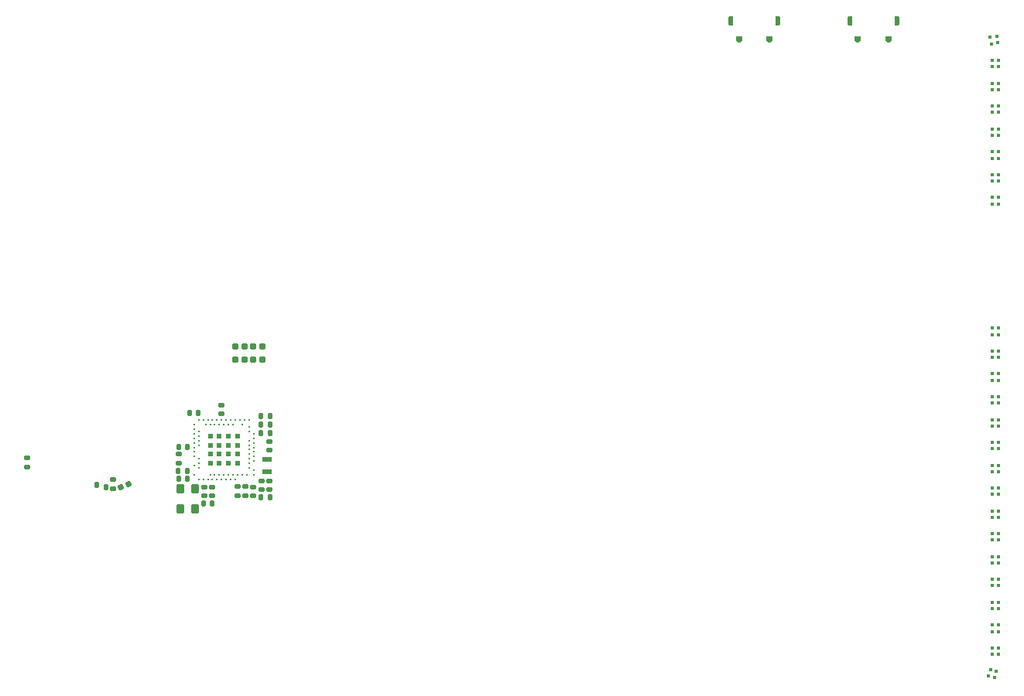
<source format=gtp>
G04 #@! TF.GenerationSoftware,KiCad,Pcbnew,(6.0.11-0)*
G04 #@! TF.CreationDate,2023-02-16T18:45:00+08:00*
G04 #@! TF.ProjectId,Left,4c656674-2e6b-4696-9361-645f70636258,rev?*
G04 #@! TF.SameCoordinates,Original*
G04 #@! TF.FileFunction,Paste,Top*
G04 #@! TF.FilePolarity,Positive*
%FSLAX46Y46*%
G04 Gerber Fmt 4.6, Leading zero omitted, Abs format (unit mm)*
G04 Created by KiCad (PCBNEW (6.0.11-0)) date 2023-02-16 18:45:00*
%MOMM*%
%LPD*%
G01*
G04 APERTURE LIST*
G04 Aperture macros list*
%AMRoundRect*
0 Rectangle with rounded corners*
0 $1 Rounding radius*
0 $2 $3 $4 $5 $6 $7 $8 $9 X,Y pos of 4 corners*
0 Add a 4 corners polygon primitive as box body*
4,1,4,$2,$3,$4,$5,$6,$7,$8,$9,$2,$3,0*
0 Add four circle primitives for the rounded corners*
1,1,$1+$1,$2,$3*
1,1,$1+$1,$4,$5*
1,1,$1+$1,$6,$7*
1,1,$1+$1,$8,$9*
0 Add four rect primitives between the rounded corners*
20,1,$1+$1,$2,$3,$4,$5,0*
20,1,$1+$1,$4,$5,$6,$7,0*
20,1,$1+$1,$6,$7,$8,$9,0*
20,1,$1+$1,$8,$9,$2,$3,0*%
%AMFreePoly0*
4,1,13,-0.250000,0.375000,-0.240485,0.422835,-0.213388,0.463388,-0.172835,0.490485,-0.125000,0.500000,0.250000,0.500000,0.250000,-0.500000,-0.125000,-0.500000,-0.172835,-0.490485,-0.213388,-0.463388,-0.240485,-0.422835,-0.250000,-0.375000,-0.250000,0.375000,-0.250000,0.375000,$1*%
%AMFreePoly1*
4,1,13,-0.300000,0.150000,-0.288582,0.207403,-0.256066,0.256066,-0.207403,0.288582,-0.150000,0.300000,0.300000,0.300000,0.300000,-0.300000,-0.150000,-0.300000,-0.207403,-0.288582,-0.256066,-0.256066,-0.288582,-0.207403,-0.300000,-0.150000,-0.300000,0.150000,-0.300000,0.150000,$1*%
G04 Aperture macros list end*
%ADD10RoundRect,0.140000X-0.140000X-0.170000X0.140000X-0.170000X0.140000X0.170000X-0.140000X0.170000X0*%
%ADD11RoundRect,0.087500X-0.087500X-0.087500X0.087500X-0.087500X0.087500X0.087500X-0.087500X0.087500X0*%
%ADD12RoundRect,0.147500X0.079606X0.212545X-0.197603X0.111649X-0.079606X-0.212545X0.197603X-0.111649X0*%
%ADD13FreePoly0,180.000000*%
%ADD14FreePoly1,90.000000*%
%ADD15FreePoly0,0.000000*%
%ADD16R,1.100000X0.600000*%
%ADD17RoundRect,0.140000X-0.170000X0.140000X-0.170000X-0.140000X0.170000X-0.140000X0.170000X0.140000X0*%
%ADD18RoundRect,0.150000X-0.300000X0.350000X-0.300000X-0.350000X0.300000X-0.350000X0.300000X0.350000X0*%
%ADD19RoundRect,0.086250X-0.201250X-0.201250X0.201250X-0.201250X0.201250X0.201250X-0.201250X0.201250X0*%
%ADD20C,0.250000*%
%ADD21RoundRect,0.140000X0.140000X0.170000X-0.140000X0.170000X-0.140000X-0.170000X0.140000X-0.170000X0*%
%ADD22RoundRect,0.140000X0.170000X-0.140000X0.170000X0.140000X-0.170000X0.140000X-0.170000X-0.140000X0*%
%ADD23RoundRect,0.090000X-0.270000X0.210000X-0.270000X-0.210000X0.270000X-0.210000X0.270000X0.210000X0*%
%ADD24RoundRect,0.087500X-0.110256X-0.056178X0.056178X-0.110256X0.110256X0.056178X-0.056178X0.110256X0*%
%ADD25RoundRect,0.135000X0.175745X0.146845X-0.086234X0.212164X-0.175745X-0.146845X0.086234X-0.212164X0*%
%ADD26RoundRect,0.147500X-0.172500X0.147500X-0.172500X-0.147500X0.172500X-0.147500X0.172500X0.147500X0*%
%ADD27RoundRect,0.087500X-0.070976X-0.101365X0.101365X-0.070976X0.070976X0.101365X-0.101365X0.070976X0*%
%ADD28RoundRect,0.147500X0.172500X-0.147500X0.172500X0.147500X-0.172500X0.147500X-0.172500X-0.147500X0*%
G04 APERTURE END LIST*
D10*
X119250000Y-115910000D03*
X120210000Y-115910000D03*
D11*
X208234100Y-86093100D03*
X208934100Y-86093100D03*
X208234100Y-86793100D03*
X208934100Y-86793100D03*
X208234100Y-78583500D03*
X208934100Y-78583500D03*
X208234100Y-79283500D03*
X208934100Y-79283500D03*
D12*
X113805751Y-119984120D03*
X112894249Y-120315880D03*
D11*
X208234100Y-102902700D03*
X208934100Y-102902700D03*
X208234100Y-103602700D03*
X208934100Y-103602700D03*
D13*
X184816000Y-69263500D03*
D14*
X180571000Y-71313500D03*
X183921000Y-71313500D03*
D15*
X179676000Y-69263500D03*
D11*
X208234100Y-112902700D03*
X208934100Y-112902700D03*
X208234100Y-113602700D03*
X208934100Y-113602700D03*
X208234100Y-73583500D03*
X208934100Y-73583500D03*
X208234100Y-74283500D03*
X208934100Y-74283500D03*
D16*
X128925000Y-118650000D03*
X128925000Y-117250000D03*
D17*
X129200000Y-119620000D03*
X129200000Y-120580000D03*
D10*
X119240000Y-119370000D03*
X120200000Y-119370000D03*
D18*
X119460000Y-120450000D03*
X119460000Y-122650000D03*
X121060000Y-122650000D03*
X121060000Y-120450000D03*
D19*
X125710500Y-114700000D03*
X122710500Y-116700000D03*
X122710500Y-115700000D03*
X122710500Y-117700000D03*
X125710500Y-116700000D03*
X124710500Y-114700000D03*
X123710500Y-116700000D03*
X123710500Y-115700000D03*
X125710500Y-117700000D03*
X123710500Y-114700000D03*
X122710500Y-114700000D03*
X124710500Y-117700000D03*
X123710500Y-117700000D03*
X124710500Y-116700000D03*
X125710500Y-115700000D03*
X124710500Y-115700000D03*
D20*
X125460500Y-119450000D03*
X124960500Y-119450000D03*
X124460500Y-119450000D03*
X123960500Y-119450000D03*
X123460500Y-119450000D03*
X122960500Y-119450000D03*
X122460500Y-119450000D03*
X121960500Y-119450000D03*
X121460500Y-119450000D03*
X120960500Y-113950000D03*
X126960500Y-113700000D03*
X126210500Y-113450000D03*
X125210500Y-113450000D03*
X124710500Y-113450000D03*
X124210500Y-113450000D03*
X123710500Y-113450000D03*
X123210500Y-113450000D03*
X122710500Y-113450000D03*
X122210500Y-113450000D03*
X120960500Y-113450000D03*
X126960500Y-112950000D03*
X126460500Y-112950000D03*
X125960500Y-112950000D03*
X125460500Y-112950000D03*
X124960500Y-112950000D03*
X124460500Y-112950000D03*
X123960500Y-112950000D03*
X123460500Y-112950000D03*
X122960500Y-112950000D03*
X122460500Y-112950000D03*
X121960500Y-112950000D03*
X121460500Y-112950000D03*
X127460500Y-118950000D03*
X126710500Y-118950000D03*
X126210500Y-118950000D03*
X125710500Y-118950000D03*
X125210500Y-118950000D03*
X124710500Y-118950000D03*
X124210500Y-118950000D03*
X123710500Y-118950000D03*
X123210500Y-118950000D03*
X122710500Y-118950000D03*
X120960500Y-118950000D03*
X127460500Y-118450000D03*
X126960500Y-118200000D03*
X121460500Y-118200000D03*
X120960500Y-117950000D03*
X126960500Y-117700000D03*
X121460500Y-117700000D03*
X127460500Y-117450000D03*
X126960500Y-117200000D03*
X121460500Y-117200000D03*
X127460500Y-116950000D03*
X120960500Y-116950000D03*
X126960500Y-116700000D03*
X127460500Y-116450000D03*
X120960500Y-116450000D03*
X126960500Y-116200000D03*
X127460500Y-115950000D03*
X120960500Y-115950000D03*
X126960500Y-115700000D03*
X121460500Y-115700000D03*
X127460500Y-115450000D03*
X120960500Y-115450000D03*
X126960500Y-115200000D03*
X121460500Y-115200000D03*
X127460500Y-114950000D03*
X120960500Y-114950000D03*
X121460500Y-114700000D03*
X127460500Y-114450000D03*
X120960500Y-114450000D03*
X126960500Y-114200000D03*
X121460500Y-114200000D03*
D21*
X129240500Y-114350000D03*
X128280500Y-114350000D03*
D11*
X208234100Y-122902700D03*
X208934100Y-122902700D03*
X208234100Y-123602700D03*
X208934100Y-123602700D03*
X208234100Y-125402700D03*
X208934100Y-125402700D03*
X208234100Y-126102700D03*
X208934100Y-126102700D03*
D22*
X119250000Y-117650000D03*
X119250000Y-116690000D03*
X122050000Y-121280000D03*
X122050000Y-120320000D03*
D11*
X208234100Y-130402700D03*
X208934100Y-130402700D03*
X208234100Y-131102700D03*
X208934100Y-131102700D03*
D23*
X128390000Y-106325000D03*
X127420000Y-106325000D03*
X126450000Y-106325000D03*
X125480000Y-106325000D03*
X125480000Y-104925000D03*
X126450000Y-104925000D03*
X127420000Y-104925000D03*
X128390000Y-104925000D03*
D11*
X208234100Y-76083500D03*
X208934100Y-76083500D03*
X208234100Y-76783500D03*
X208934100Y-76783500D03*
X208234100Y-115402700D03*
X208934100Y-115402700D03*
X208234100Y-116102700D03*
X208934100Y-116102700D03*
D24*
X208055886Y-140274974D03*
X208721626Y-140491286D03*
X207839574Y-140940714D03*
X208505314Y-141157026D03*
D25*
X111294851Y-120343380D03*
X110305149Y-120096620D03*
D11*
X208234100Y-105402700D03*
X208934100Y-105402700D03*
X208234100Y-106102700D03*
X208934100Y-106102700D03*
X208234100Y-83593100D03*
X208934100Y-83593100D03*
X208234100Y-84293100D03*
X208934100Y-84293100D03*
X208234100Y-127902700D03*
X208934100Y-127902700D03*
X208234100Y-128602700D03*
X208934100Y-128602700D03*
D22*
X127400000Y-121230000D03*
X127400000Y-120270000D03*
D26*
X125700000Y-120265000D03*
X125700000Y-121235000D03*
D11*
X208234100Y-132902700D03*
X208934100Y-132902700D03*
X208234100Y-133602700D03*
X208934100Y-133602700D03*
D21*
X120190000Y-118550000D03*
X119230000Y-118550000D03*
D10*
X120470000Y-112150000D03*
X121430000Y-112150000D03*
D11*
X208234100Y-107902700D03*
X208934100Y-107902700D03*
X208234100Y-108602700D03*
X208934100Y-108602700D03*
D22*
X129210500Y-116280000D03*
X129210500Y-115320000D03*
D11*
X208234100Y-88583500D03*
X208934100Y-88583500D03*
X208234100Y-89283500D03*
X208934100Y-89283500D03*
X208234100Y-110402700D03*
X208934100Y-110402700D03*
X208234100Y-111102700D03*
X208934100Y-111102700D03*
X208234100Y-81083500D03*
X208934100Y-81083500D03*
X208234100Y-81783500D03*
X208934100Y-81783500D03*
D17*
X123950000Y-111330000D03*
X123950000Y-112290000D03*
D27*
X208044540Y-71066094D03*
X208733906Y-70944540D03*
X208166094Y-71755460D03*
X208855460Y-71633906D03*
D10*
X128270000Y-121400000D03*
X129230000Y-121400000D03*
D21*
X122960000Y-122080000D03*
X122000000Y-122080000D03*
X129240500Y-112550000D03*
X128280500Y-112550000D03*
D28*
X126550000Y-121235000D03*
X126550000Y-120265000D03*
D11*
X208234100Y-117902700D03*
X208934100Y-117902700D03*
X208234100Y-118602700D03*
X208934100Y-118602700D03*
X208234100Y-135402700D03*
X208934100Y-135402700D03*
X208234100Y-136102700D03*
X208934100Y-136102700D03*
X208234100Y-137902700D03*
X208934100Y-137902700D03*
X208234100Y-138602700D03*
X208934100Y-138602700D03*
D22*
X128300000Y-120580000D03*
X128300000Y-119620000D03*
D13*
X197816000Y-69263500D03*
D14*
X193571000Y-71313500D03*
X196921000Y-71313500D03*
D15*
X192676000Y-69263500D03*
D17*
X112100000Y-119490000D03*
X112100000Y-120450000D03*
D22*
X102700000Y-118093000D03*
X102700000Y-117133000D03*
D17*
X122900000Y-120320000D03*
X122900000Y-121280000D03*
D11*
X208234100Y-120402700D03*
X208934100Y-120402700D03*
X208234100Y-121102700D03*
X208934100Y-121102700D03*
D21*
X129240500Y-113450000D03*
X128280500Y-113450000D03*
M02*

</source>
